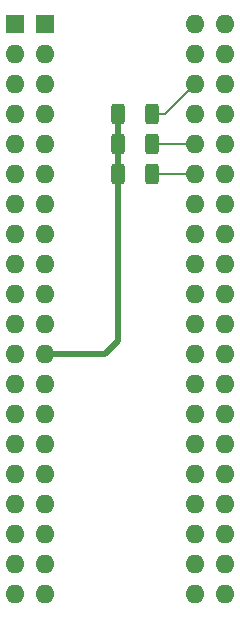
<source format=gbr>
%TF.GenerationSoftware,KiCad,Pcbnew,(6.0.1-0)*%
%TF.CreationDate,2022-02-15T12:12:10-07:00*%
%TF.ProjectId,TMS9118-9128,544d5339-3131-4382-9d39-3132382e6b69,rev?*%
%TF.SameCoordinates,Original*%
%TF.FileFunction,Copper,L2,Bot*%
%TF.FilePolarity,Positive*%
%FSLAX46Y46*%
G04 Gerber Fmt 4.6, Leading zero omitted, Abs format (unit mm)*
G04 Created by KiCad (PCBNEW (6.0.1-0)) date 2022-02-15 12:12:10*
%MOMM*%
%LPD*%
G01*
G04 APERTURE LIST*
G04 Aperture macros list*
%AMRoundRect*
0 Rectangle with rounded corners*
0 $1 Rounding radius*
0 $2 $3 $4 $5 $6 $7 $8 $9 X,Y pos of 4 corners*
0 Add a 4 corners polygon primitive as box body*
4,1,4,$2,$3,$4,$5,$6,$7,$8,$9,$2,$3,0*
0 Add four circle primitives for the rounded corners*
1,1,$1+$1,$2,$3*
1,1,$1+$1,$4,$5*
1,1,$1+$1,$6,$7*
1,1,$1+$1,$8,$9*
0 Add four rect primitives between the rounded corners*
20,1,$1+$1,$2,$3,$4,$5,0*
20,1,$1+$1,$4,$5,$6,$7,0*
20,1,$1+$1,$6,$7,$8,$9,0*
20,1,$1+$1,$8,$9,$2,$3,0*%
G04 Aperture macros list end*
%TA.AperFunction,ComponentPad*%
%ADD10R,1.600000X1.600000*%
%TD*%
%TA.AperFunction,ComponentPad*%
%ADD11O,1.600000X1.600000*%
%TD*%
%TA.AperFunction,SMDPad,CuDef*%
%ADD12RoundRect,0.250000X0.312500X0.625000X-0.312500X0.625000X-0.312500X-0.625000X0.312500X-0.625000X0*%
%TD*%
%TA.AperFunction,Conductor*%
%ADD13C,0.200000*%
%TD*%
%TA.AperFunction,Conductor*%
%ADD14C,0.500000*%
%TD*%
G04 APERTURE END LIST*
D10*
%TO.P,BOARD SIDE,1*%
%TO.N,N/C*%
X124460000Y-66040000D03*
D11*
%TO.P,BOARD SIDE,2*%
X124460000Y-68580000D03*
%TO.P,BOARD SIDE,3*%
X124460000Y-71120000D03*
%TO.P,BOARD SIDE,4*%
X124460000Y-73660000D03*
%TO.P,BOARD SIDE,5*%
X124460000Y-76200000D03*
%TO.P,BOARD SIDE,6*%
X124460000Y-78740000D03*
%TO.P,BOARD SIDE,7*%
X124460000Y-81280000D03*
%TO.P,BOARD SIDE,8*%
X124460000Y-83820000D03*
%TO.P,BOARD SIDE,9*%
X124460000Y-86360000D03*
%TO.P,BOARD SIDE,10*%
X124460000Y-88900000D03*
%TO.P,BOARD SIDE,11*%
X124460000Y-91440000D03*
%TO.P,BOARD SIDE,12*%
X124460000Y-93980000D03*
%TO.P,BOARD SIDE,13*%
X124460000Y-96520000D03*
%TO.P,BOARD SIDE,14*%
X124460000Y-99060000D03*
%TO.P,BOARD SIDE,15*%
X124460000Y-101600000D03*
%TO.P,BOARD SIDE,16*%
X124460000Y-104140000D03*
%TO.P,BOARD SIDE,17*%
X124460000Y-106680000D03*
%TO.P,BOARD SIDE,18*%
X124460000Y-109220000D03*
%TO.P,BOARD SIDE,19*%
X124460000Y-111760000D03*
%TO.P,BOARD SIDE,20*%
X124460000Y-114300000D03*
%TO.P,BOARD SIDE,21*%
X139700000Y-114300000D03*
%TO.P,BOARD SIDE,22*%
X139700000Y-111760000D03*
%TO.P,BOARD SIDE,23*%
X139700000Y-109220000D03*
%TO.P,BOARD SIDE,24*%
X139700000Y-106680000D03*
%TO.P,BOARD SIDE,25*%
X139700000Y-104140000D03*
%TO.P,BOARD SIDE,26*%
X139700000Y-101600000D03*
%TO.P,BOARD SIDE,27*%
X139700000Y-99060000D03*
%TO.P,BOARD SIDE,28*%
X139700000Y-96520000D03*
%TO.P,BOARD SIDE,29*%
X139700000Y-93980000D03*
%TO.P,BOARD SIDE,30*%
X139700000Y-91440000D03*
%TO.P,BOARD SIDE,31*%
X139700000Y-88900000D03*
%TO.P,BOARD SIDE,32*%
X139700000Y-86360000D03*
%TO.P,BOARD SIDE,33*%
X139700000Y-83820000D03*
%TO.P,BOARD SIDE,34*%
X139700000Y-81280000D03*
%TO.P,BOARD SIDE,35*%
X139700000Y-78740000D03*
%TO.P,BOARD SIDE,36*%
X139700000Y-76200000D03*
%TO.P,BOARD SIDE,37*%
X139700000Y-73660000D03*
%TO.P,BOARD SIDE,38*%
X139700000Y-71120000D03*
%TO.P,BOARD SIDE,39*%
X139700000Y-68580000D03*
%TO.P,BOARD SIDE,40*%
X139700000Y-66040000D03*
%TD*%
D10*
%TO.P,TMS9128,1*%
%TO.N,N/C*%
X121920000Y-66040000D03*
D11*
%TO.P,TMS9128,2*%
X121920000Y-68580000D03*
%TO.P,TMS9128,3*%
X121920000Y-71120000D03*
%TO.P,TMS9128,4*%
X121920000Y-73660000D03*
%TO.P,TMS9128,5*%
X121920000Y-76200000D03*
%TO.P,TMS9128,6*%
X121920000Y-78740000D03*
%TO.P,TMS9128,7*%
X121920000Y-81280000D03*
%TO.P,TMS9128,8*%
X121920000Y-83820000D03*
%TO.P,TMS9128,9*%
X121920000Y-86360000D03*
%TO.P,TMS9128,10*%
X121920000Y-88900000D03*
%TO.P,TMS9128,11*%
X121920000Y-91440000D03*
%TO.P,TMS9128,12*%
X121920000Y-93980000D03*
%TO.P,TMS9128,13*%
X121920000Y-96520000D03*
%TO.P,TMS9128,14*%
X121920000Y-99060000D03*
%TO.P,TMS9128,15*%
X121920000Y-101600000D03*
%TO.P,TMS9128,16*%
X121920000Y-104140000D03*
%TO.P,TMS9128,17*%
X121920000Y-106680000D03*
%TO.P,TMS9128,18*%
X121920000Y-109220000D03*
%TO.P,TMS9128,19*%
X121920000Y-111760000D03*
%TO.P,TMS9128,20*%
X121920000Y-114300000D03*
%TO.P,TMS9128,21*%
X137160000Y-114300000D03*
%TO.P,TMS9128,22*%
X137160000Y-111760000D03*
%TO.P,TMS9128,23*%
X137160000Y-109220000D03*
%TO.P,TMS9128,24*%
X137160000Y-106680000D03*
%TO.P,TMS9128,25*%
X137160000Y-104140000D03*
%TO.P,TMS9128,26*%
X137160000Y-101600000D03*
%TO.P,TMS9128,27*%
X137160000Y-99060000D03*
%TO.P,TMS9128,28*%
X137160000Y-96520000D03*
%TO.P,TMS9128,29*%
X137160000Y-93980000D03*
%TO.P,TMS9128,30*%
X137160000Y-91440000D03*
%TO.P,TMS9128,31*%
X137160000Y-88900000D03*
%TO.P,TMS9128,32*%
X137160000Y-86360000D03*
%TO.P,TMS9128,33*%
X137160000Y-83820000D03*
%TO.P,TMS9128,34*%
X137160000Y-81280000D03*
%TO.P,TMS9128,35*%
X137160000Y-78740000D03*
%TO.P,TMS9128,36*%
X137160000Y-76200000D03*
%TO.P,TMS9128,37*%
X137160000Y-73660000D03*
%TO.P,TMS9128,38*%
X137160000Y-71120000D03*
%TO.P,TMS9128,39*%
X137160000Y-68580000D03*
%TO.P,TMS9128,40*%
X137160000Y-66040000D03*
%TD*%
D12*
%TO.P,R1,1*%
%TO.N,N/C*%
X133542500Y-73660000D03*
%TO.P,R1,2*%
X130617500Y-73660000D03*
%TD*%
%TO.P,R2,1*%
%TO.N,N/C*%
X133542500Y-76200000D03*
%TO.P,R2,2*%
X130617500Y-76200000D03*
%TD*%
%TO.P,R3,1*%
%TO.N,N/C*%
X133542500Y-78740000D03*
%TO.P,R3,2*%
X130617500Y-78740000D03*
%TD*%
D13*
%TO.N,*%
X137160000Y-76200000D02*
X133542500Y-76200000D01*
D14*
X130617500Y-73660000D02*
X130617500Y-76200000D01*
D13*
X137160000Y-71120000D02*
X134620000Y-73660000D01*
X134620000Y-73660000D02*
X133542500Y-73660000D01*
D14*
X130617500Y-92902500D02*
X129540000Y-93980000D01*
X130617500Y-78740000D02*
X130617500Y-92902500D01*
X129540000Y-93980000D02*
X124460000Y-93980000D01*
D13*
X137160000Y-78740000D02*
X133542500Y-78740000D01*
D14*
X130617500Y-76200000D02*
X130617500Y-78740000D01*
%TD*%
M02*

</source>
